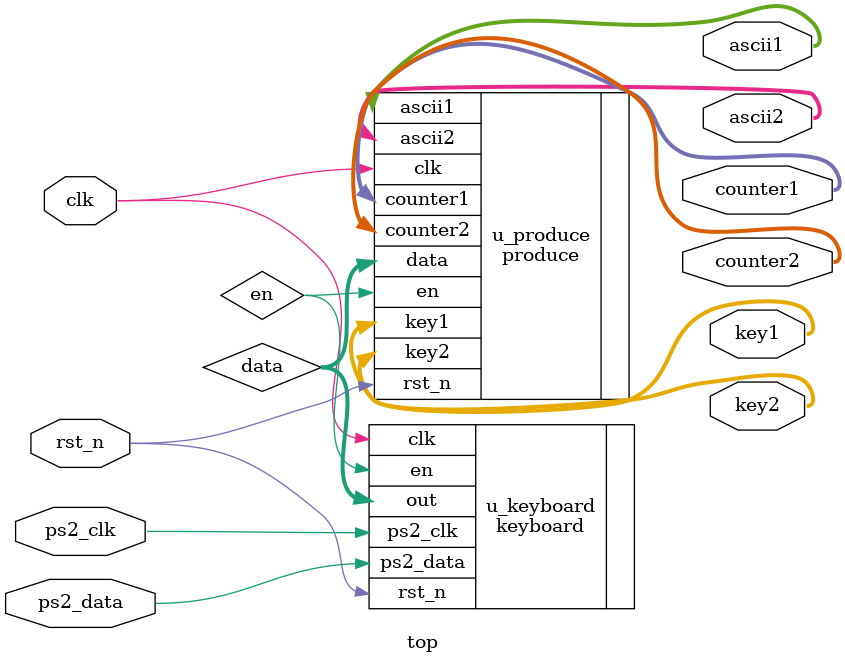
<source format=v>
module top (
    input clk,
    input rst_n,
    input ps2_clk,
    input ps2_data,
    output [7:0] counter1,
    output [7:0] counter2,
    output [7:0] ascii1,
    output [7:0] ascii2,
    output  [7:0] key1,
    output  [7:0] key2
);
    wire[7:0] data;
    reg       en;

    keyboard u_keyboard(
        .clk(clk),
        .rst_n(rst_n),
        .ps2_data(ps2_data),
        .ps2_clk(ps2_clk),
        .out(data),
        .en(en)
    );

    produce u_produce(
        .clk(clk),
        .rst_n(rst_n),
        .en(en),
        .data(data),
        .counter1(counter1),
        .counter2(counter2),
        .ascii1(ascii1),
        .ascii2(ascii2),
        .key1(key1),
        .key2(key2)
    );
endmodule //main

</source>
